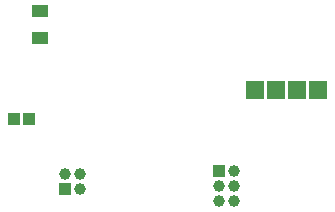
<source format=gbr>
G04 Layer_Color=255*
%FSLAX25Y25*%
%MOIN*%
%TF.FileFunction,Pads,Bot*%
%TF.Part,Single*%
G01*
G75*
%TA.AperFunction,ViaPad*%
%ADD32C,0.03937*%
%TA.AperFunction,ViaPad*%
%ADD33R,0.03937X0.03937*%
%TA.AperFunction,ViaPad*%
%ADD34R,0.03937X0.03937*%
%TA.AperFunction,ConnectorPad*%
%ADD35R,0.03937X0.03937*%
%TA.AperFunction,ConnectorPad*%
%ADD36R,0.05906X0.05906*%
%TA.AperFunction,SMDPad*%
%ADD49R,0.05500X0.04000*%
D32*
X343901Y265000D02*
D03*
Y260000D02*
D03*
X338901Y265000D02*
D03*
X395401Y256000D02*
D03*
X390401D02*
D03*
X395401Y261000D02*
D03*
X390401D02*
D03*
X395401Y266000D02*
D03*
D33*
X338901Y260000D02*
D03*
D34*
X390401Y266000D02*
D03*
D35*
X326894Y283500D02*
D03*
X321894D02*
D03*
D36*
X423394Y293000D02*
D03*
X416394D02*
D03*
X409394D02*
D03*
X402394D02*
D03*
D49*
X330500Y310500D02*
D03*
Y319500D02*
D03*
%TF.MD5,5C88CAD8CBF981A81C2168FEDE9EDC94*%
M02*

</source>
